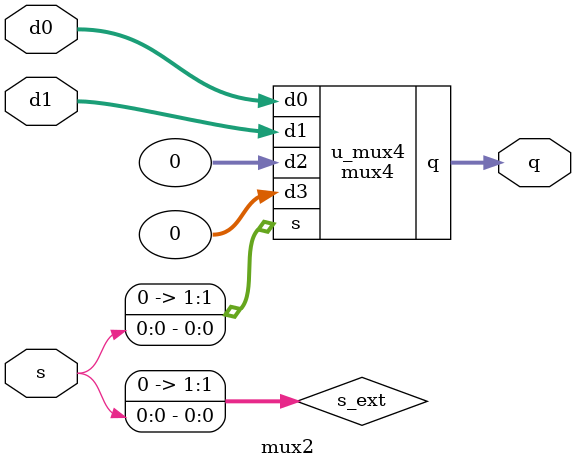
<source format=v>
module mux4 (
    input  [1:0] s,        // 2-bit select signal
    input  [31:0] d0,      // Input 0
    input  [31:0] d1,      // Input 1
    input  [31:0] d2,      // Input 2
    input  [31:0] d3,      // Input 3
    output [31:0] q        // 32-bit multiplexed output
);
    assign q = (s == 2'b00) ? d0 : (s == 2'b01) ? d1 : (s == 2'b10) ? d2 : d3;
endmodule

//------------------------------------------------------------------------------
// Module: mux3
// Description: 3-to-1 multiplexer
//------------------------------------------------------------------------------
module mux3 (
    input   [1:0]   s,            // 2-bit multiplexer select signal
    input   [31:0]  d0, d1, d2,     // Three 32-bit input sources
    output  [31:0]  q               // 32-bit multiplexed output
);
    // Instantiate mux4, tying d3 to zero so that if s==2'b11, output is 32'b0.
    mux4 u_mux4 (
        .s(s),
        .d0(d0),
        .d1(d1),
        .d2(d2),
        .d3(32'b0),
        .q(q)
    );
endmodule

//------------------------------------------------------------------------------
// Module: mux2
// Description: 2-to-1 multiplexer
//------------------------------------------------------------------------------
module mux2 (
    input          s,       // Multiplexer select signal
    input  [31:0]  d0, d1,  // Two 32-bit input sources
    output [31:0]  q        // 32-bit multiplexed output
);
    // Extend the 1-bit select to 2 bits, mapping 0 -> 2'b00 and 1 -> 2'b01.
    wire [1:0] s_ext = {1'b0, s};

    // Instantiate mux4, setting unused inputs (d2 and d3) to zero.
    mux4 u_mux4 (
        .s(s_ext),
        .d0(d0),
        .d1(d1),
        .d2(32'b0),
        .d3(32'b0),
        .q(q)
    );
endmodule


</source>
